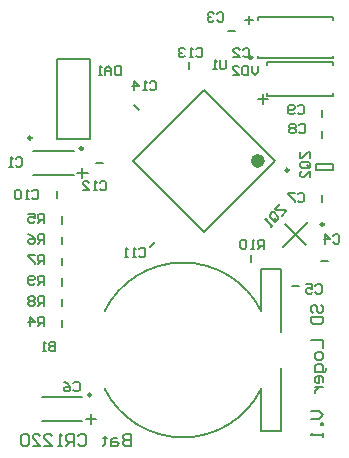
<source format=gbo>
G04 Layer_Color=32896*
%FSLAX44Y44*%
%MOMM*%
G71*
G01*
G75*
%ADD21C,0.2500*%
%ADD25C,0.1800*%
%ADD44C,0.2000*%
%ADD75C,0.6000*%
%ADD76C,0.1600*%
D21*
X72750Y263000D02*
G03*
X72750Y263000I-1250J0D01*
G01*
X29250Y272000D02*
G03*
X29250Y272000I-1250J0D01*
G01*
X246961Y244722D02*
G03*
X246961Y244722I-1250J0D01*
G01*
X276731Y198839D02*
G03*
X276731Y198839I-1250J0D01*
G01*
X79750Y54500D02*
G03*
X79750Y54500I-1250J0D01*
G01*
X216250Y340000D02*
G03*
X216250Y340000I-1250J0D01*
G01*
D25*
X221000Y332997D02*
Y327666D01*
X218334Y325000D01*
X215668Y327666D01*
Y332997D01*
X213003D02*
Y325000D01*
X209004D01*
X207671Y326333D01*
Y331665D01*
X209004Y332997D01*
X213003D01*
X199674Y325000D02*
X205005D01*
X199674Y330332D01*
Y331665D01*
X201006Y332997D01*
X203672D01*
X205005Y331665D01*
X87168Y234165D02*
X88501Y235497D01*
X91167D01*
X92500Y234165D01*
Y228833D01*
X91167Y227500D01*
X88501D01*
X87168Y228833D01*
X84503Y227500D02*
X81837D01*
X83170D01*
Y235497D01*
X84503Y234165D01*
X72506Y227500D02*
X77838D01*
X72506Y232832D01*
Y234165D01*
X73839Y235497D01*
X76505D01*
X77838Y234165D01*
X64668Y64165D02*
X66001Y65497D01*
X68667D01*
X70000Y64165D01*
Y58833D01*
X68667Y57500D01*
X66001D01*
X64668Y58833D01*
X56671Y65497D02*
X59337Y64165D01*
X62003Y61499D01*
Y58833D01*
X60670Y57500D01*
X58004D01*
X56671Y58833D01*
Y60166D01*
X58004Y61499D01*
X62003D01*
X257003Y260000D02*
Y254668D01*
X258335D01*
X263667Y260000D01*
X265000D01*
Y254668D01*
X263667Y246671D02*
X258335D01*
X257003Y248004D01*
Y250670D01*
X258335Y252003D01*
X263667D01*
X265000Y250670D01*
Y248004D01*
X262334Y249337D02*
X265000Y246671D01*
Y248004D02*
X263667Y246671D01*
X265000Y238673D02*
Y244005D01*
X259668Y238673D01*
X258335D01*
X257003Y240006D01*
Y242672D01*
X258335Y244005D01*
X239345Y215655D02*
X235575Y211885D01*
X236517Y210942D01*
X244058D01*
X245000Y210000D01*
X241230Y206230D01*
X234632Y201518D02*
X230862Y205287D01*
Y207173D01*
X232747Y209058D01*
X234632Y209058D01*
X238402Y205287D01*
Y203403D01*
X236517Y201518D01*
X235575Y204345D02*
Y200575D01*
X236517Y201518D02*
X234632Y201518D01*
X233690Y198690D02*
X231805Y196805D01*
X232747Y197747D01*
X227092Y203403D01*
X228977Y203403D01*
X194000Y337997D02*
Y331333D01*
X192667Y330000D01*
X190001D01*
X188668Y331333D01*
Y337997D01*
X186003Y330000D02*
X183337D01*
X184670D01*
Y337997D01*
X186003Y336665D01*
X226000Y178000D02*
Y185997D01*
X222001D01*
X220668Y184664D01*
Y181999D01*
X222001Y180666D01*
X226000D01*
X223334D02*
X220668Y178000D01*
X218003D02*
X215337D01*
X216670D01*
Y185997D01*
X218003Y184664D01*
X211338D02*
X210005Y185997D01*
X207339D01*
X206006Y184664D01*
Y179333D01*
X207339Y178000D01*
X210005D01*
X211338Y179333D01*
Y184664D01*
X40000Y147500D02*
Y155497D01*
X36001D01*
X34668Y154164D01*
Y151499D01*
X36001Y150166D01*
X40000D01*
X37334D02*
X34668Y147500D01*
X32003Y148833D02*
X30670Y147500D01*
X28004D01*
X26671Y148833D01*
Y154164D01*
X28004Y155497D01*
X30670D01*
X32003Y154164D01*
Y152832D01*
X30670Y151499D01*
X26671D01*
X40000Y130000D02*
Y137997D01*
X36001D01*
X34668Y136664D01*
Y133999D01*
X36001Y132666D01*
X40000D01*
X37334D02*
X34668Y130000D01*
X32003Y136664D02*
X30670Y137997D01*
X28004D01*
X26671Y136664D01*
Y135332D01*
X28004Y133999D01*
X26671Y132666D01*
Y131333D01*
X28004Y130000D01*
X30670D01*
X32003Y131333D01*
Y132666D01*
X30670Y133999D01*
X32003Y135332D01*
Y136664D01*
X30670Y133999D02*
X28004D01*
X40000Y165000D02*
Y172997D01*
X36001D01*
X34668Y171665D01*
Y168999D01*
X36001Y167666D01*
X40000D01*
X37334D02*
X34668Y165000D01*
X32003Y172997D02*
X26671D01*
Y171665D01*
X32003Y166333D01*
Y165000D01*
X40000Y182500D02*
Y190497D01*
X36001D01*
X34668Y189165D01*
Y186499D01*
X36001Y185166D01*
X40000D01*
X37334D02*
X34668Y182500D01*
X26671Y190497D02*
X29337Y189165D01*
X32003Y186499D01*
Y183833D01*
X30670Y182500D01*
X28004D01*
X26671Y183833D01*
Y185166D01*
X28004Y186499D01*
X32003D01*
X40000Y200000D02*
Y207997D01*
X36001D01*
X34668Y206665D01*
Y203999D01*
X36001Y202666D01*
X40000D01*
X37334D02*
X34668Y200000D01*
X26671Y207997D02*
X32003D01*
Y203999D01*
X29337Y205332D01*
X28004D01*
X26671Y203999D01*
Y201333D01*
X28004Y200000D01*
X30670D01*
X32003Y201333D01*
X40000Y112500D02*
Y120497D01*
X36001D01*
X34668Y119164D01*
Y116499D01*
X36001Y115166D01*
X40000D01*
X37334D02*
X34668Y112500D01*
X28004D02*
Y120497D01*
X32003Y116499D01*
X26671D01*
X105000Y332997D02*
Y325000D01*
X101001D01*
X99668Y326333D01*
Y331665D01*
X101001Y332997D01*
X105000D01*
X97003Y325000D02*
Y330332D01*
X94337Y332997D01*
X91671Y330332D01*
Y325000D01*
Y328999D01*
X97003D01*
X89005Y325000D02*
X86339D01*
X87672D01*
Y332997D01*
X89005Y331665D01*
X120168Y177665D02*
X121501Y178997D01*
X124167D01*
X125500Y177665D01*
Y172333D01*
X124167Y171000D01*
X121501D01*
X120168Y172333D01*
X117503Y171000D02*
X114837D01*
X116170D01*
Y178997D01*
X117503Y177665D01*
X110838Y171000D02*
X108172D01*
X109505D01*
Y178997D01*
X110838Y177665D01*
X29668Y226665D02*
X31001Y227997D01*
X33667D01*
X35000Y226665D01*
Y221333D01*
X33667Y220000D01*
X31001D01*
X29668Y221333D01*
X27003Y220000D02*
X24337D01*
X25670D01*
Y227997D01*
X27003Y226665D01*
X20338D02*
X19005Y227997D01*
X16339D01*
X15006Y226665D01*
Y221333D01*
X16339Y220000D01*
X19005D01*
X20338Y221333D01*
Y226665D01*
X254668Y298664D02*
X256001Y299997D01*
X258667D01*
X260000Y298664D01*
Y293333D01*
X258667Y292000D01*
X256001D01*
X254668Y293333D01*
X252003D02*
X250670Y292000D01*
X248004D01*
X246671Y293333D01*
Y298664D01*
X248004Y299997D01*
X250670D01*
X252003Y298664D01*
Y297332D01*
X250670Y295999D01*
X246671D01*
X255668Y282665D02*
X257001Y283997D01*
X259667D01*
X261000Y282665D01*
Y277333D01*
X259667Y276000D01*
X257001D01*
X255668Y277333D01*
X253003Y282665D02*
X251670Y283997D01*
X249004D01*
X247671Y282665D01*
Y281332D01*
X249004Y279999D01*
X247671Y278666D01*
Y277333D01*
X249004Y276000D01*
X251670D01*
X253003Y277333D01*
Y278666D01*
X251670Y279999D01*
X253003Y281332D01*
Y282665D01*
X251670Y279999D02*
X249004D01*
X254668Y224165D02*
X256001Y225497D01*
X258667D01*
X260000Y224165D01*
Y218833D01*
X258667Y217500D01*
X256001D01*
X254668Y218833D01*
X252003Y225497D02*
X246671D01*
Y224165D01*
X252003Y218833D01*
Y217500D01*
X269668Y146664D02*
X271001Y147997D01*
X273667D01*
X275000Y146664D01*
Y141333D01*
X273667Y140000D01*
X271001D01*
X269668Y141333D01*
X261671Y147997D02*
X267003D01*
Y143999D01*
X264337Y145332D01*
X263004D01*
X261671Y143999D01*
Y141333D01*
X263004Y140000D01*
X265670D01*
X267003Y141333D01*
X284668Y189165D02*
X286001Y190497D01*
X288667D01*
X290000Y189165D01*
Y183833D01*
X288667Y182500D01*
X286001D01*
X284668Y183833D01*
X278004Y182500D02*
Y190497D01*
X282003Y186499D01*
X276671D01*
X186418Y377164D02*
X187751Y378497D01*
X190417D01*
X191750Y377164D01*
Y371833D01*
X190417Y370500D01*
X187751D01*
X186418Y371833D01*
X183753Y377164D02*
X182420Y378497D01*
X179754D01*
X178421Y377164D01*
Y375832D01*
X179754Y374499D01*
X181087D01*
X179754D01*
X178421Y373166D01*
Y371833D01*
X179754Y370500D01*
X182420D01*
X183753Y371833D01*
X208328Y346801D02*
X209661Y348134D01*
X212326D01*
X213659Y346801D01*
Y341469D01*
X212326Y340136D01*
X209661D01*
X208328Y341469D01*
X200330Y340136D02*
X205662D01*
X200330Y345468D01*
Y346801D01*
X201663Y348134D01*
X204329D01*
X205662Y346801D01*
X15918Y254165D02*
X17251Y255497D01*
X19917D01*
X21250Y254165D01*
Y248833D01*
X19917Y247500D01*
X17251D01*
X15918Y248833D01*
X13253Y247500D02*
X10587D01*
X11920D01*
Y255497D01*
X13253Y254165D01*
X49500Y99497D02*
Y91500D01*
X45501D01*
X44168Y92833D01*
Y94166D01*
X45501Y95499D01*
X49500D01*
X45501D01*
X44168Y96832D01*
Y98165D01*
X45501Y99497D01*
X49500D01*
X41503Y91500D02*
X38837D01*
X40170D01*
Y99497D01*
X41503Y98165D01*
X168668Y346914D02*
X170001Y348247D01*
X172667D01*
X174000Y346914D01*
Y341583D01*
X172667Y340250D01*
X170001D01*
X168668Y341583D01*
X166003Y340250D02*
X163337D01*
X164670D01*
Y348247D01*
X166003Y346914D01*
X159338D02*
X158005Y348247D01*
X155339D01*
X154006Y346914D01*
Y345582D01*
X155339Y344249D01*
X156672D01*
X155339D01*
X154006Y342916D01*
Y341583D01*
X155339Y340250D01*
X158005D01*
X159338Y341583D01*
X129418Y318915D02*
X130751Y320247D01*
X133417D01*
X134750Y318915D01*
Y313583D01*
X133417Y312250D01*
X130751D01*
X129418Y313583D01*
X126753Y312250D02*
X124087D01*
X125420D01*
Y320247D01*
X126753Y318915D01*
X116089Y312250D02*
Y320247D01*
X120088Y316249D01*
X114756D01*
X213178Y368394D02*
Y375250D01*
X209750Y371822D02*
X216606D01*
D44*
X91217Y59597D02*
G03*
X223725Y59481I66283J32903D01*
G01*
X223783Y125403D02*
G03*
X91275Y125519I-66283J-32903D01*
G01*
X284647Y307528D02*
Y310278D01*
Y333778D02*
Y336528D01*
X228647Y307528D02*
Y310278D01*
Y333778D02*
Y336528D01*
Y307528D02*
X284647D01*
X228647Y336528D02*
X284647D01*
X84000Y251000D02*
X90000D01*
X195960Y362752D02*
X201960D01*
X215000Y167000D02*
Y173000D01*
X240570Y24180D02*
Y77600D01*
Y108030D02*
Y160820D01*
X223750Y24180D02*
Y59540D01*
Y24180D02*
X240570D01*
X223750Y160820D02*
X240570D01*
X223750Y125469D02*
Y160820D01*
X31000Y240750D02*
X65000D01*
X31000Y261250D02*
X65000D01*
X275000Y289500D02*
Y295500D01*
X51000Y221000D02*
Y227000D01*
X129879Y179879D02*
X134121Y184121D01*
X51000Y271500D02*
Y338500D01*
X79000Y271500D02*
Y338500D01*
X51000Y271500D02*
X79000D01*
X51000Y338500D02*
X79000D01*
X55000Y112000D02*
Y118000D01*
Y199500D02*
Y205500D01*
Y182000D02*
Y188000D01*
Y164500D02*
Y170500D01*
Y129500D02*
Y135500D01*
Y147000D02*
Y153000D01*
X114896Y252500D02*
X175000Y192396D01*
Y312604D02*
X235104Y252500D01*
X114896Y252500D02*
X175000Y312604D01*
Y192396D02*
X235104Y252500D01*
X241893Y179393D02*
X263106Y200607D01*
X243661Y198839D02*
X261339Y181161D01*
X270000Y250000D02*
X285000D01*
X270000Y245000D02*
X285000D01*
Y250000D01*
X270000Y245000D02*
Y250000D01*
X38000Y32250D02*
X72000D01*
X38000Y52750D02*
X72000D01*
X274500Y167500D02*
X280500Y167500D01*
X250000Y147000D02*
X256000Y147000D01*
X275000Y218000D02*
Y224000D01*
Y272000D02*
Y278000D01*
X221500Y339500D02*
X284500D01*
X221500Y374500D02*
X284500D01*
X221500Y339500D02*
Y341750D01*
Y372250D02*
Y374500D01*
X284500Y339500D02*
Y341750D01*
Y372250D02*
Y374500D01*
X115879Y300121D02*
X120121Y295879D01*
X162250Y330000D02*
Y336000D01*
X113500Y21247D02*
Y11250D01*
X108502D01*
X106835Y12916D01*
Y14582D01*
X108502Y16248D01*
X113500D01*
X108502D01*
X106835Y17915D01*
Y19581D01*
X108502Y21247D01*
X113500D01*
X101837Y17915D02*
X98505D01*
X96839Y16248D01*
Y11250D01*
X101837D01*
X103503Y12916D01*
X101837Y14582D01*
X96839D01*
X91840Y19581D02*
Y17915D01*
X93506D01*
X90174D01*
X91840D01*
Y12916D01*
X90174Y11250D01*
X68514Y19581D02*
X70181Y21247D01*
X73513D01*
X75179Y19581D01*
Y12916D01*
X73513Y11250D01*
X70181D01*
X68514Y12916D01*
X65182Y11250D02*
Y21247D01*
X60184D01*
X58518Y19581D01*
Y16248D01*
X60184Y14582D01*
X65182D01*
X61850D02*
X58518Y11250D01*
X55185D02*
X51853D01*
X53519D01*
Y21247D01*
X55185Y19581D01*
X40190Y11250D02*
X46855D01*
X40190Y17915D01*
Y19581D01*
X41856Y21247D01*
X45189D01*
X46855Y19581D01*
X30194Y11250D02*
X36858D01*
X30194Y17915D01*
Y19581D01*
X31860Y21247D01*
X35192D01*
X36858Y19581D01*
X26861D02*
X25195Y21247D01*
X21863D01*
X20197Y19581D01*
Y12916D01*
X21863Y11250D01*
X25195D01*
X26861Y12916D01*
Y19581D01*
X267419Y124086D02*
X265753Y125752D01*
Y129084D01*
X267419Y130750D01*
X269086D01*
X270752Y129084D01*
Y125752D01*
X272418Y124086D01*
X274084D01*
X275750Y125752D01*
Y129084D01*
X274084Y130750D01*
X265753Y120753D02*
X275750D01*
Y115755D01*
X274084Y114089D01*
X267419D01*
X265753Y115755D01*
Y120753D01*
Y100760D02*
X275750D01*
Y94095D01*
Y89097D02*
Y85765D01*
X274084Y84098D01*
X270752D01*
X269086Y85765D01*
Y89097D01*
X270752Y90763D01*
X274084D01*
X275750Y89097D01*
X279082Y77434D02*
Y75768D01*
X277416Y74102D01*
X269086D01*
Y79100D01*
X270752Y80766D01*
X274084D01*
X275750Y79100D01*
Y74102D01*
Y65771D02*
Y69103D01*
X274084Y70769D01*
X270752D01*
X269086Y69103D01*
Y65771D01*
X270752Y64105D01*
X272418D01*
Y70769D01*
X269086Y60773D02*
X275750D01*
X272418D01*
X270752Y59106D01*
X269086Y57440D01*
Y55774D01*
X265753Y40779D02*
X272418D01*
X275750Y37447D01*
X272418Y34114D01*
X265753D01*
X275750Y30782D02*
X274084D01*
Y29116D01*
X275750D01*
Y30782D01*
Y22452D02*
Y19119D01*
Y20785D01*
X265753D01*
X267419Y22452D01*
D75*
X223962Y252500D02*
G03*
X223962Y252500I-3000J0D01*
G01*
D76*
X225362Y309097D02*
Y300528D01*
X229647Y304813D02*
X221077D01*
X72465Y246570D02*
Y238000D01*
X76750Y242285D02*
X68180D01*
X79465Y38070D02*
Y29500D01*
X83750Y33785D02*
X75180D01*
M02*

</source>
